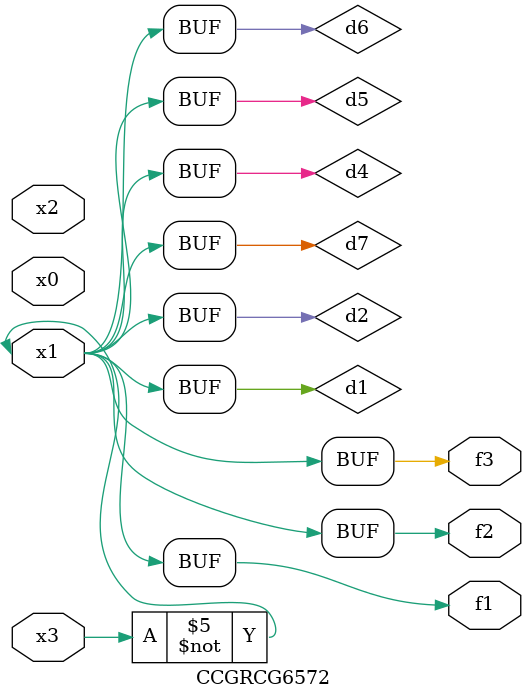
<source format=v>
module CCGRCG6572(
	input x0, x1, x2, x3,
	output f1, f2, f3
);

	wire d1, d2, d3, d4, d5, d6, d7;

	not (d1, x3);
	buf (d2, x1);
	xnor (d3, d1, d2);
	nor (d4, d1);
	buf (d5, d1, d2);
	buf (d6, d4, d5);
	nand (d7, d4);
	assign f1 = d6;
	assign f2 = d7;
	assign f3 = d6;
endmodule

</source>
